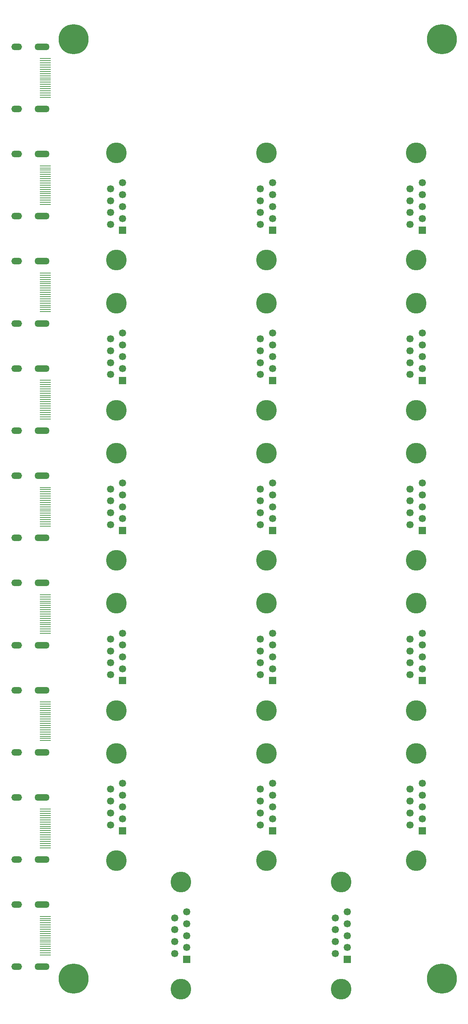
<source format=gbr>
G04 #@! TF.GenerationSoftware,KiCad,Pcbnew,(5.1.9)-1*
G04 #@! TF.CreationDate,2022-02-09T21:41:22-07:00*
G04 #@! TF.ProjectId,HDMI_to_DB9,48444d49-5f74-46f5-9f44-42392e6b6963,rev?*
G04 #@! TF.SameCoordinates,Original*
G04 #@! TF.FileFunction,Soldermask,Top*
G04 #@! TF.FilePolarity,Negative*
%FSLAX46Y46*%
G04 Gerber Fmt 4.6, Leading zero omitted, Abs format (unit mm)*
G04 Created by KiCad (PCBNEW (5.1.9)-1) date 2022-02-09 21:41:22*
%MOMM*%
%LPD*%
G01*
G04 APERTURE LIST*
%ADD10R,2.600000X0.280000*%
%ADD11O,3.500000X1.500000*%
%ADD12O,2.500000X1.500000*%
%ADD13C,1.690000*%
%ADD14R,1.690000X1.690000*%
%ADD15C,4.826000*%
%ADD16C,7.000000*%
G04 APERTURE END LIST*
D10*
X3360000Y-204500000D03*
X3360000Y-204000000D03*
X3360000Y-203500000D03*
X3360000Y-203000000D03*
X3360000Y-202500000D03*
X3360000Y-202000000D03*
X3360000Y-201500000D03*
X3360000Y-201000000D03*
X3360000Y-200500000D03*
X3360000Y-200000000D03*
X3360000Y-199500000D03*
X3360000Y-199000000D03*
X3360000Y-198500000D03*
X3360000Y-198000000D03*
X3360000Y-197500000D03*
X3360000Y-197000000D03*
X3360000Y-196500000D03*
X3360000Y-196000000D03*
X3360000Y-195500000D03*
D11*
X2600000Y-192750000D03*
X2600000Y-207250000D03*
D12*
X-3360000Y-192750000D03*
X-3360000Y-207250000D03*
D13*
X21420000Y-24460000D03*
X18580000Y-25845000D03*
X21420000Y-27230000D03*
X18580000Y-28615000D03*
X21420000Y-30000000D03*
X18580000Y-31385000D03*
X21420000Y-32770000D03*
X18580000Y-34155000D03*
D14*
X21420000Y-35540000D03*
D15*
X20000000Y-42495000D03*
X20000000Y-17505000D03*
D13*
X36420000Y-194460000D03*
X33580000Y-195845000D03*
X36420000Y-197230000D03*
X33580000Y-198615000D03*
X36420000Y-200000000D03*
X33580000Y-201385000D03*
X36420000Y-202770000D03*
X33580000Y-204155000D03*
D14*
X36420000Y-205540000D03*
D15*
X35000000Y-212495000D03*
X35000000Y-187505000D03*
D13*
X56420000Y-164460000D03*
X53580000Y-165845000D03*
X56420000Y-167230000D03*
X53580000Y-168615000D03*
X56420000Y-170000000D03*
X53580000Y-171385000D03*
X56420000Y-172770000D03*
X53580000Y-174155000D03*
D14*
X56420000Y-175540000D03*
D15*
X55000000Y-182495000D03*
X55000000Y-157505000D03*
D10*
X3360000Y-179500000D03*
X3360000Y-179000000D03*
X3360000Y-178500000D03*
X3360000Y-178000000D03*
X3360000Y-177500000D03*
X3360000Y-177000000D03*
X3360000Y-176500000D03*
X3360000Y-176000000D03*
X3360000Y-175500000D03*
X3360000Y-175000000D03*
X3360000Y-174500000D03*
X3360000Y-174000000D03*
X3360000Y-173500000D03*
X3360000Y-173000000D03*
X3360000Y-172500000D03*
X3360000Y-172000000D03*
X3360000Y-171500000D03*
X3360000Y-171000000D03*
X3360000Y-170500000D03*
D11*
X2600000Y-167750000D03*
X2600000Y-182250000D03*
D12*
X-3360000Y-167750000D03*
X-3360000Y-182250000D03*
D10*
X3360000Y-154500000D03*
X3360000Y-154000000D03*
X3360000Y-153500000D03*
X3360000Y-153000000D03*
X3360000Y-152500000D03*
X3360000Y-152000000D03*
X3360000Y-151500000D03*
X3360000Y-151000000D03*
X3360000Y-150500000D03*
X3360000Y-150000000D03*
X3360000Y-149500000D03*
X3360000Y-149000000D03*
X3360000Y-148500000D03*
X3360000Y-148000000D03*
X3360000Y-147500000D03*
X3360000Y-147000000D03*
X3360000Y-146500000D03*
X3360000Y-146000000D03*
X3360000Y-145500000D03*
D11*
X2600000Y-142750000D03*
X2600000Y-157250000D03*
D12*
X-3360000Y-142750000D03*
X-3360000Y-157250000D03*
D10*
X3360000Y-129500000D03*
X3360000Y-129000000D03*
X3360000Y-128500000D03*
X3360000Y-128000000D03*
X3360000Y-127500000D03*
X3360000Y-127000000D03*
X3360000Y-126500000D03*
X3360000Y-126000000D03*
X3360000Y-125500000D03*
X3360000Y-125000000D03*
X3360000Y-124500000D03*
X3360000Y-124000000D03*
X3360000Y-123500000D03*
X3360000Y-123000000D03*
X3360000Y-122500000D03*
X3360000Y-122000000D03*
X3360000Y-121500000D03*
X3360000Y-121000000D03*
X3360000Y-120500000D03*
D11*
X2600000Y-117750000D03*
X2600000Y-132250000D03*
D12*
X-3360000Y-117750000D03*
X-3360000Y-132250000D03*
D10*
X3360000Y-104500000D03*
X3360000Y-104000000D03*
X3360000Y-103500000D03*
X3360000Y-103000000D03*
X3360000Y-102500000D03*
X3360000Y-102000000D03*
X3360000Y-101500000D03*
X3360000Y-101000000D03*
X3360000Y-100500000D03*
X3360000Y-100000000D03*
X3360000Y-99500000D03*
X3360000Y-99000000D03*
X3360000Y-98500000D03*
X3360000Y-98000000D03*
X3360000Y-97500000D03*
X3360000Y-97000000D03*
X3360000Y-96500000D03*
X3360000Y-96000000D03*
X3360000Y-95500000D03*
D11*
X2600000Y-92750000D03*
X2600000Y-107250000D03*
D12*
X-3360000Y-92750000D03*
X-3360000Y-107250000D03*
D10*
X3360000Y-79500000D03*
X3360000Y-79000000D03*
X3360000Y-78500000D03*
X3360000Y-78000000D03*
X3360000Y-77500000D03*
X3360000Y-77000000D03*
X3360000Y-76500000D03*
X3360000Y-76000000D03*
X3360000Y-75500000D03*
X3360000Y-75000000D03*
X3360000Y-74500000D03*
X3360000Y-74000000D03*
X3360000Y-73500000D03*
X3360000Y-73000000D03*
X3360000Y-72500000D03*
X3360000Y-72000000D03*
X3360000Y-71500000D03*
X3360000Y-71000000D03*
X3360000Y-70500000D03*
D11*
X2600000Y-67750000D03*
X2600000Y-82250000D03*
D12*
X-3360000Y-67750000D03*
X-3360000Y-82250000D03*
D10*
X3360000Y-54500000D03*
X3360000Y-54000000D03*
X3360000Y-53500000D03*
X3360000Y-53000000D03*
X3360000Y-52500000D03*
X3360000Y-52000000D03*
X3360000Y-51500000D03*
X3360000Y-51000000D03*
X3360000Y-50500000D03*
X3360000Y-50000000D03*
X3360000Y-49500000D03*
X3360000Y-49000000D03*
X3360000Y-48500000D03*
X3360000Y-48000000D03*
X3360000Y-47500000D03*
X3360000Y-47000000D03*
X3360000Y-46500000D03*
X3360000Y-46000000D03*
X3360000Y-45500000D03*
D11*
X2600000Y-42750000D03*
X2600000Y-57250000D03*
D12*
X-3360000Y-42750000D03*
X-3360000Y-57250000D03*
D10*
X3360000Y-29500000D03*
X3360000Y-29000000D03*
X3360000Y-28500000D03*
X3360000Y-28000000D03*
X3360000Y-27500000D03*
X3360000Y-27000000D03*
X3360000Y-26500000D03*
X3360000Y-26000000D03*
X3360000Y-25500000D03*
X3360000Y-25000000D03*
X3360000Y-24500000D03*
X3360000Y-24000000D03*
X3360000Y-23500000D03*
X3360000Y-23000000D03*
X3360000Y-22500000D03*
X3360000Y-22000000D03*
X3360000Y-21500000D03*
X3360000Y-21000000D03*
X3360000Y-20500000D03*
D11*
X2600000Y-17750000D03*
X2600000Y-32250000D03*
D12*
X-3360000Y-17750000D03*
X-3360000Y-32250000D03*
D10*
X3360000Y-4500000D03*
X3360000Y-4000000D03*
X3360000Y-3500000D03*
X3360000Y-3000000D03*
X3360000Y-2500000D03*
X3360000Y-2000000D03*
X3360000Y-1500000D03*
X3360000Y-1000000D03*
X3360000Y-500000D03*
X3360000Y0D03*
X3360000Y500000D03*
X3360000Y1000000D03*
X3360000Y1500000D03*
X3360000Y2000000D03*
X3360000Y2500000D03*
X3360000Y3000000D03*
X3360000Y3500000D03*
X3360000Y4000000D03*
X3360000Y4500000D03*
D11*
X2600000Y7250000D03*
X2600000Y-7250000D03*
D12*
X-3360000Y7250000D03*
X-3360000Y-7250000D03*
D13*
X73920000Y-194460000D03*
X71080000Y-195845000D03*
X73920000Y-197230000D03*
X71080000Y-198615000D03*
X73920000Y-200000000D03*
X71080000Y-201385000D03*
X73920000Y-202770000D03*
X71080000Y-204155000D03*
D14*
X73920000Y-205540000D03*
D15*
X72500000Y-212495000D03*
X72500000Y-187505000D03*
D13*
X91420000Y-164460000D03*
X88580000Y-165845000D03*
X91420000Y-167230000D03*
X88580000Y-168615000D03*
X91420000Y-170000000D03*
X88580000Y-171385000D03*
X91420000Y-172770000D03*
X88580000Y-174155000D03*
D14*
X91420000Y-175540000D03*
D15*
X90000000Y-182495000D03*
X90000000Y-157505000D03*
D13*
X21420000Y-164460000D03*
X18580000Y-165845000D03*
X21420000Y-167230000D03*
X18580000Y-168615000D03*
X21420000Y-170000000D03*
X18580000Y-171385000D03*
X21420000Y-172770000D03*
X18580000Y-174155000D03*
D14*
X21420000Y-175540000D03*
D15*
X20000000Y-182495000D03*
X20000000Y-157505000D03*
D13*
X91420000Y-129460000D03*
X88580000Y-130845000D03*
X91420000Y-132230000D03*
X88580000Y-133615000D03*
X91420000Y-135000000D03*
X88580000Y-136385000D03*
X91420000Y-137770000D03*
X88580000Y-139155000D03*
D14*
X91420000Y-140540000D03*
D15*
X90000000Y-147495000D03*
X90000000Y-122505000D03*
D13*
X56420000Y-129460000D03*
X53580000Y-130845000D03*
X56420000Y-132230000D03*
X53580000Y-133615000D03*
X56420000Y-135000000D03*
X53580000Y-136385000D03*
X56420000Y-137770000D03*
X53580000Y-139155000D03*
D14*
X56420000Y-140540000D03*
D15*
X55000000Y-147495000D03*
X55000000Y-122505000D03*
D13*
X21420000Y-129460000D03*
X18580000Y-130845000D03*
X21420000Y-132230000D03*
X18580000Y-133615000D03*
X21420000Y-135000000D03*
X18580000Y-136385000D03*
X21420000Y-137770000D03*
X18580000Y-139155000D03*
D14*
X21420000Y-140540000D03*
D15*
X20000000Y-147495000D03*
X20000000Y-122505000D03*
D13*
X91420000Y-94460000D03*
X88580000Y-95845000D03*
X91420000Y-97230000D03*
X88580000Y-98615000D03*
X91420000Y-100000000D03*
X88580000Y-101385000D03*
X91420000Y-102770000D03*
X88580000Y-104155000D03*
D14*
X91420000Y-105540000D03*
D15*
X90000000Y-112495000D03*
X90000000Y-87505000D03*
D13*
X56420000Y-94460000D03*
X53580000Y-95845000D03*
X56420000Y-97230000D03*
X53580000Y-98615000D03*
X56420000Y-100000000D03*
X53580000Y-101385000D03*
X56420000Y-102770000D03*
X53580000Y-104155000D03*
D14*
X56420000Y-105540000D03*
D15*
X55000000Y-112495000D03*
X55000000Y-87505000D03*
D13*
X21420000Y-94460000D03*
X18580000Y-95845000D03*
X21420000Y-97230000D03*
X18580000Y-98615000D03*
X21420000Y-100000000D03*
X18580000Y-101385000D03*
X21420000Y-102770000D03*
X18580000Y-104155000D03*
D14*
X21420000Y-105540000D03*
D15*
X20000000Y-112495000D03*
X20000000Y-87505000D03*
D13*
X91420000Y-59460000D03*
X88580000Y-60845000D03*
X91420000Y-62230000D03*
X88580000Y-63615000D03*
X91420000Y-65000000D03*
X88580000Y-66385000D03*
X91420000Y-67770000D03*
X88580000Y-69155000D03*
D14*
X91420000Y-70540000D03*
D15*
X90000000Y-77495000D03*
X90000000Y-52505000D03*
D13*
X56420000Y-59460000D03*
X53580000Y-60845000D03*
X56420000Y-62230000D03*
X53580000Y-63615000D03*
X56420000Y-65000000D03*
X53580000Y-66385000D03*
X56420000Y-67770000D03*
X53580000Y-69155000D03*
D14*
X56420000Y-70540000D03*
D15*
X55000000Y-77495000D03*
X55000000Y-52505000D03*
D13*
X21420000Y-59460000D03*
X18580000Y-60845000D03*
X21420000Y-62230000D03*
X18580000Y-63615000D03*
X21420000Y-65000000D03*
X18580000Y-66385000D03*
X21420000Y-67770000D03*
X18580000Y-69155000D03*
D14*
X21420000Y-70540000D03*
D15*
X20000000Y-77495000D03*
X20000000Y-52505000D03*
D13*
X91420000Y-24460000D03*
X88580000Y-25845000D03*
X91420000Y-27230000D03*
X88580000Y-28615000D03*
X91420000Y-30000000D03*
X88580000Y-31385000D03*
X91420000Y-32770000D03*
X88580000Y-34155000D03*
D14*
X91420000Y-35540000D03*
D15*
X90000000Y-42495000D03*
X90000000Y-17505000D03*
D13*
X56420000Y-24460000D03*
X53580000Y-25845000D03*
X56420000Y-27230000D03*
X53580000Y-28615000D03*
X56420000Y-30000000D03*
X53580000Y-31385000D03*
X56420000Y-32770000D03*
X53580000Y-34155000D03*
D14*
X56420000Y-35540000D03*
D15*
X55000000Y-42495000D03*
X55000000Y-17505000D03*
D16*
X96000000Y-210000000D03*
X10000000Y-210000000D03*
X10000000Y9000000D03*
X96000000Y9000000D03*
M02*

</source>
